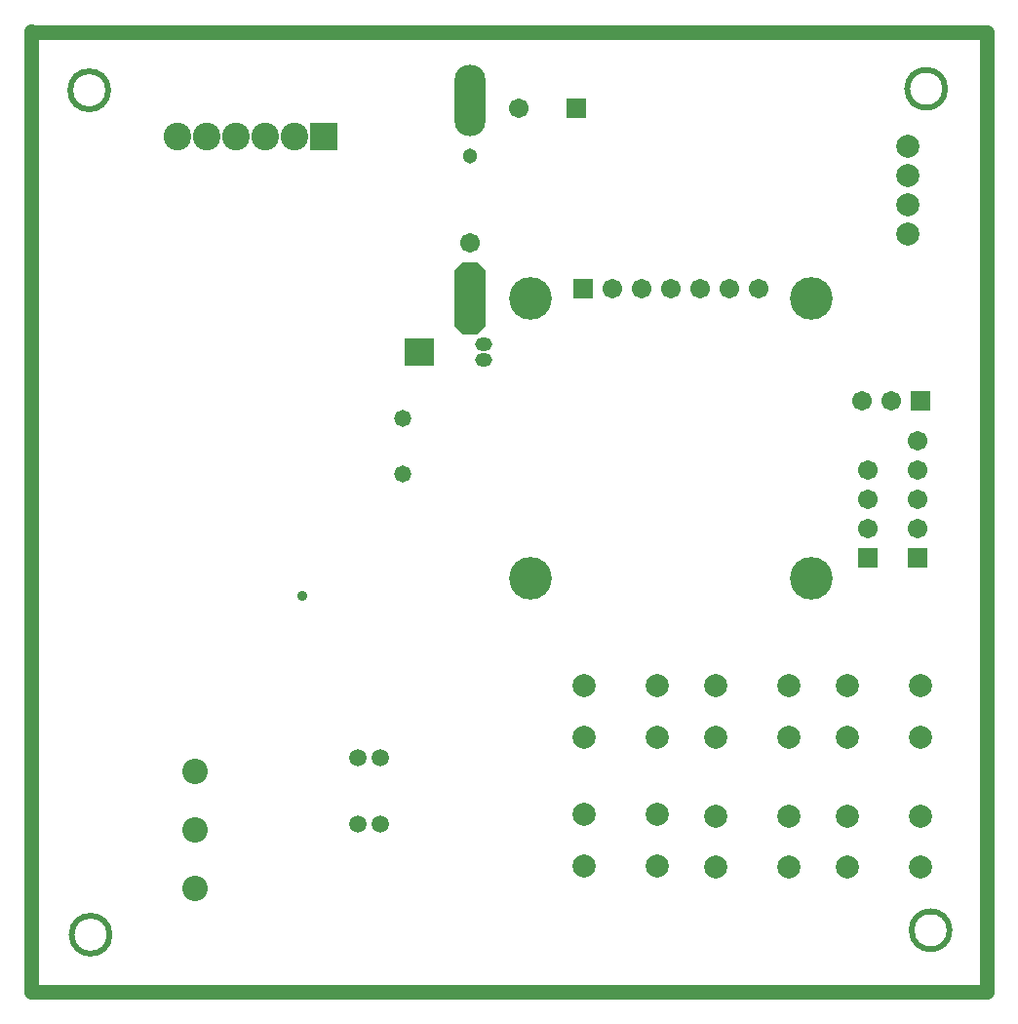
<source format=gbs>
G04*
G04 #@! TF.GenerationSoftware,Altium Limited,Altium Designer,20.0.1 (14)*
G04*
G04 Layer_Color=16711935*
%FSLAX25Y25*%
%MOIN*%
G70*
G01*
G75*
%ADD19C,0.02000*%
%ADD20C,0.05000*%
%ADD67R,0.09461X0.09461*%
%ADD68C,0.09461*%
%ADD69C,0.07887*%
%ADD70C,0.06706*%
%ADD71R,0.06706X0.06706*%
%ADD72R,0.06706X0.06706*%
%ADD73O,0.05800X0.04800*%
%ADD74C,0.05918*%
%ADD75C,0.08674*%
%ADD76C,0.05131*%
%ADD77C,0.07887*%
%ADD78C,0.05800*%
%ADD79C,0.14580*%
%ADD80C,0.03600*%
%ADD104R,0.10013X0.09400*%
%ADD105O,0.10642X0.24422*%
G04:AMPARAMS|DCode=106|XSize=106.42mil|YSize=244.22mil|CornerRadius=0mil|HoleSize=0mil|Usage=FLASHONLY|Rotation=180.000|XOffset=0mil|YOffset=0mil|HoleType=Round|Shape=Octagon|*
%AMOCTAGOND106*
4,1,8,0.02661,-0.12211,-0.02661,-0.12211,-0.05321,-0.09550,-0.05321,0.09550,-0.02661,0.12211,0.02661,0.12211,0.05321,0.09550,0.05321,-0.09550,0.02661,-0.12211,0.0*
%
%ADD106OCTAGOND106*%

D19*
X312311Y-19185D02*
G03*
X312311Y-19185I-6496J0D01*
G01*
X313811Y-306815D02*
G03*
X313811Y-306815I-6496J0D01*
G01*
X26681Y-308315D02*
G03*
X26681Y-308315I-6496J0D01*
G01*
X26181Y-19685D02*
G03*
X26181Y-19685I-6496J0D01*
G01*
D20*
X326500Y16D02*
X326500Y-328000D01*
X500Y16D02*
X326500D01*
X0Y-328000D02*
X326500D01*
X0D02*
Y516D01*
D67*
X100000Y-35500D02*
D03*
D68*
X90000D02*
D03*
X80000D02*
D03*
X70000D02*
D03*
X60000D02*
D03*
X50000D02*
D03*
D69*
X189000Y-223250D02*
D03*
Y-240750D02*
D03*
X214000D02*
D03*
Y-223250D02*
D03*
X259000Y-240750D02*
D03*
Y-223250D02*
D03*
X234000D02*
D03*
Y-240750D02*
D03*
X304000D02*
D03*
Y-223250D02*
D03*
X279000D02*
D03*
Y-240750D02*
D03*
X304000Y-285250D02*
D03*
Y-267750D02*
D03*
X279000D02*
D03*
Y-285250D02*
D03*
X259000D02*
D03*
Y-267750D02*
D03*
X234000D02*
D03*
Y-285250D02*
D03*
X214000Y-284750D02*
D03*
Y-267250D02*
D03*
X189000D02*
D03*
Y-284750D02*
D03*
D70*
X303000Y-139500D02*
D03*
Y-149500D02*
D03*
Y-159500D02*
D03*
Y-169500D02*
D03*
X294000Y-126000D02*
D03*
X284000D02*
D03*
X149902Y-71770D02*
D03*
X286000Y-149500D02*
D03*
Y-159500D02*
D03*
Y-169500D02*
D03*
X166657Y-26000D02*
D03*
X248439Y-87439D02*
D03*
X238439D02*
D03*
X228439D02*
D03*
X218439D02*
D03*
X198439D02*
D03*
X208439D02*
D03*
D71*
X303000Y-179500D02*
D03*
X286000D02*
D03*
D72*
X304000Y-126000D02*
D03*
X186343Y-26000D02*
D03*
X188439Y-87439D02*
D03*
D73*
X154500Y-112000D02*
D03*
Y-106400D02*
D03*
D74*
X119374Y-248000D02*
D03*
X111500D02*
D03*
X119374Y-270500D02*
D03*
X111500D02*
D03*
D75*
X56000Y-252500D02*
D03*
Y-272500D02*
D03*
Y-292500D02*
D03*
D76*
X150000Y-42243D02*
D03*
D77*
X299500Y-69000D02*
D03*
Y-59000D02*
D03*
Y-49000D02*
D03*
Y-39000D02*
D03*
D78*
X127000Y-131787D02*
D03*
Y-151000D02*
D03*
D79*
X170439Y-186561D02*
D03*
X266561Y-186439D02*
D03*
X266439Y-90817D02*
D03*
X170439Y-90939D02*
D03*
D80*
X92500Y-192500D02*
D03*
D104*
X132500Y-109100D02*
D03*
D105*
X150000Y-23148D02*
D03*
D106*
Y-90865D02*
D03*
M02*

</source>
